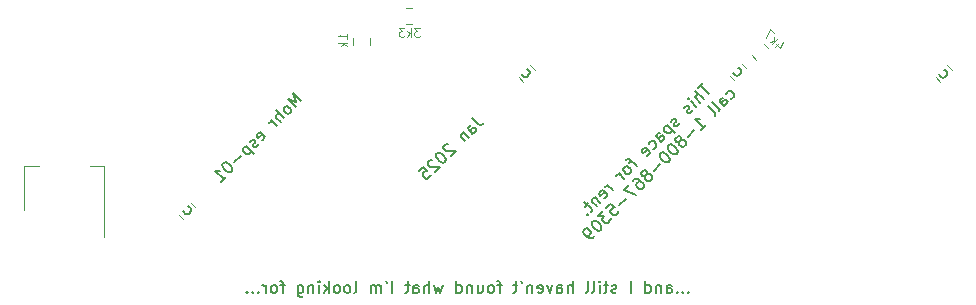
<source format=gbr>
%TF.GenerationSoftware,KiCad,Pcbnew,5.1.9+dfsg1-1+deb11u1*%
%TF.CreationDate,2025-02-02T16:03:13-08:00*%
%TF.ProjectId,esp01Expander,65737030-3145-4787-9061-6e6465722e6b,rev?*%
%TF.SameCoordinates,Original*%
%TF.FileFunction,Legend,Bot*%
%TF.FilePolarity,Positive*%
%FSLAX46Y46*%
G04 Gerber Fmt 4.6, Leading zero omitted, Abs format (unit mm)*
G04 Created by KiCad (PCBNEW 5.1.9+dfsg1-1+deb11u1) date 2025-02-02 16:03:13*
%MOMM*%
%LPD*%
G01*
G04 APERTURE LIST*
%ADD10C,0.150000*%
%ADD11C,0.100000*%
%ADD12C,0.120000*%
G04 APERTURE END LIST*
D10*
X158223040Y-93327782D02*
X157818979Y-93731843D01*
X158728117Y-94236920D02*
X158021010Y-93529813D01*
X158290384Y-94674652D02*
X157583277Y-93967546D01*
X157987338Y-94977698D02*
X157616949Y-94607309D01*
X157583277Y-94506294D01*
X157616949Y-94405278D01*
X157717964Y-94304263D01*
X157818979Y-94270591D01*
X157886323Y-94270591D01*
X157650621Y-95314416D02*
X157179216Y-94843011D01*
X156943514Y-94607309D02*
X157010857Y-94607309D01*
X157010857Y-94674652D01*
X156943514Y-94674652D01*
X156943514Y-94607309D01*
X157010857Y-94674652D01*
X157313903Y-95583790D02*
X157280231Y-95684805D01*
X157145544Y-95819492D01*
X157044529Y-95853164D01*
X156943514Y-95819492D01*
X156909842Y-95785820D01*
X156876170Y-95684805D01*
X156909842Y-95583790D01*
X157010857Y-95482774D01*
X157044529Y-95381759D01*
X157010857Y-95280744D01*
X156977186Y-95247072D01*
X156876170Y-95213400D01*
X156775155Y-95247072D01*
X156674140Y-95348087D01*
X156640468Y-95449103D01*
X156202735Y-96694957D02*
X156169064Y-96795973D01*
X156034377Y-96930660D01*
X155933361Y-96964331D01*
X155832346Y-96930660D01*
X155798674Y-96896988D01*
X155765003Y-96795973D01*
X155798674Y-96694957D01*
X155899690Y-96593942D01*
X155933361Y-96492927D01*
X155899690Y-96391912D01*
X155866018Y-96358240D01*
X155765003Y-96324568D01*
X155663987Y-96358240D01*
X155562972Y-96459255D01*
X155529300Y-96560270D01*
X155158911Y-96863316D02*
X155866018Y-97570423D01*
X155192583Y-96896988D02*
X155091568Y-96930660D01*
X154956881Y-97065347D01*
X154923209Y-97166362D01*
X154923209Y-97233705D01*
X154956881Y-97334721D01*
X155158911Y-97536751D01*
X155259926Y-97570423D01*
X155327270Y-97570423D01*
X155428285Y-97536751D01*
X155562972Y-97402064D01*
X155596644Y-97301049D01*
X154687507Y-98277530D02*
X154317117Y-97907140D01*
X154283446Y-97806125D01*
X154317117Y-97705110D01*
X154451804Y-97570423D01*
X154552820Y-97536751D01*
X154653835Y-98243858D02*
X154754850Y-98210186D01*
X154923209Y-98041827D01*
X154956881Y-97940812D01*
X154923209Y-97839797D01*
X154855865Y-97772453D01*
X154754850Y-97738782D01*
X154653835Y-97772453D01*
X154485476Y-97940812D01*
X154384461Y-97974484D01*
X154014072Y-98883621D02*
X154115087Y-98849949D01*
X154249774Y-98715262D01*
X154283446Y-98614247D01*
X154283446Y-98546904D01*
X154249774Y-98445888D01*
X154047743Y-98243858D01*
X153946728Y-98210186D01*
X153879385Y-98210186D01*
X153778369Y-98243858D01*
X153643682Y-98378545D01*
X153610011Y-98479560D01*
X153441652Y-99456041D02*
X153542667Y-99422369D01*
X153677354Y-99287682D01*
X153711026Y-99186667D01*
X153677354Y-99085652D01*
X153407980Y-98816278D01*
X153306965Y-98782606D01*
X153205949Y-98816278D01*
X153071262Y-98950965D01*
X153037591Y-99051980D01*
X153071262Y-99152995D01*
X153138606Y-99220339D01*
X153542667Y-98950965D01*
X152229469Y-99792759D02*
X151960095Y-100062133D01*
X152599858Y-100365178D02*
X151993766Y-99759087D01*
X151892751Y-99725415D01*
X151791736Y-99759087D01*
X151724392Y-99826430D01*
X152094782Y-100870255D02*
X152128453Y-100769239D01*
X152128453Y-100701896D01*
X152094782Y-100600881D01*
X151892751Y-100398850D01*
X151791736Y-100365178D01*
X151724392Y-100365178D01*
X151623377Y-100398850D01*
X151522362Y-100499865D01*
X151488690Y-100600881D01*
X151488690Y-100668224D01*
X151522362Y-100769239D01*
X151724392Y-100971270D01*
X151825408Y-101004942D01*
X151892751Y-101004942D01*
X151993766Y-100971270D01*
X152094782Y-100870255D01*
X151556034Y-101409003D02*
X151084629Y-100937598D01*
X151219316Y-101072285D02*
X151118301Y-101038613D01*
X151050957Y-101038613D01*
X150949942Y-101072285D01*
X150882599Y-101139629D01*
X150579553Y-102385483D02*
X150108148Y-101914079D01*
X150242835Y-102048766D02*
X150141820Y-102015094D01*
X150074477Y-102015094D01*
X149973461Y-102048766D01*
X149906118Y-102116109D01*
X149838774Y-103058918D02*
X149939790Y-103025247D01*
X150074477Y-102890560D01*
X150108148Y-102789544D01*
X150074477Y-102688529D01*
X149805103Y-102419155D01*
X149704087Y-102385483D01*
X149603072Y-102419155D01*
X149468385Y-102553842D01*
X149434713Y-102654857D01*
X149468385Y-102755873D01*
X149535729Y-102823216D01*
X149939790Y-102553842D01*
X149064324Y-102957903D02*
X149535729Y-103429308D01*
X149131668Y-103025247D02*
X149064324Y-103025247D01*
X148963309Y-103058918D01*
X148862294Y-103159934D01*
X148828622Y-103260949D01*
X148862294Y-103361964D01*
X149232683Y-103732353D01*
X148525576Y-103496651D02*
X148256202Y-103766025D01*
X148188859Y-103361964D02*
X148794950Y-103968056D01*
X148828622Y-104069071D01*
X148794950Y-104170086D01*
X148727607Y-104237430D01*
X148424561Y-104405788D02*
X148424561Y-104473132D01*
X148491904Y-104473132D01*
X148491904Y-104405788D01*
X148424561Y-104405788D01*
X148491904Y-104473132D01*
X160601950Y-94629195D02*
X160702965Y-94595524D01*
X160837652Y-94460836D01*
X160871324Y-94359821D01*
X160871324Y-94292478D01*
X160837652Y-94191462D01*
X160635621Y-93989432D01*
X160534606Y-93955760D01*
X160467263Y-93955760D01*
X160366247Y-93989432D01*
X160231560Y-94124119D01*
X160197889Y-94225134D01*
X160029530Y-95268959D02*
X159659140Y-94898569D01*
X159625469Y-94797554D01*
X159659140Y-94696539D01*
X159793827Y-94561852D01*
X159894843Y-94528180D01*
X159995858Y-95235287D02*
X160096873Y-95201615D01*
X160265232Y-95033256D01*
X160298904Y-94932241D01*
X160265232Y-94831226D01*
X160197889Y-94763882D01*
X160096873Y-94730211D01*
X159995858Y-94763882D01*
X159827499Y-94932241D01*
X159726484Y-94965913D01*
X159591797Y-95706691D02*
X159625469Y-95605676D01*
X159591797Y-95504661D01*
X158985705Y-94898569D01*
X159221408Y-96077081D02*
X159255079Y-95976065D01*
X159221408Y-95875050D01*
X158615316Y-95268959D01*
X158042896Y-97255592D02*
X158446957Y-96851531D01*
X158244927Y-97053561D02*
X157537820Y-96346455D01*
X157706179Y-96380126D01*
X157840866Y-96380126D01*
X157941881Y-96346455D01*
X157470477Y-97289264D02*
X156931729Y-97828012D01*
X156359309Y-98131057D02*
X156392981Y-98030042D01*
X156392981Y-97962699D01*
X156359309Y-97861683D01*
X156325637Y-97828012D01*
X156224622Y-97794340D01*
X156157278Y-97794340D01*
X156056263Y-97828012D01*
X155921576Y-97962699D01*
X155887904Y-98063714D01*
X155887904Y-98131057D01*
X155921576Y-98232073D01*
X155955248Y-98265744D01*
X156056263Y-98299416D01*
X156123607Y-98299416D01*
X156224622Y-98265744D01*
X156359309Y-98131057D01*
X156460324Y-98097386D01*
X156527668Y-98097386D01*
X156628683Y-98131057D01*
X156763370Y-98265744D01*
X156797042Y-98366760D01*
X156797042Y-98434103D01*
X156763370Y-98535118D01*
X156628683Y-98669805D01*
X156527668Y-98703477D01*
X156460324Y-98703477D01*
X156359309Y-98669805D01*
X156224622Y-98535118D01*
X156190950Y-98434103D01*
X156190950Y-98366760D01*
X156224622Y-98265744D01*
X155349156Y-98535118D02*
X155281813Y-98602462D01*
X155248141Y-98703477D01*
X155248141Y-98770821D01*
X155281813Y-98871836D01*
X155382828Y-99040195D01*
X155551187Y-99208553D01*
X155719546Y-99309569D01*
X155820561Y-99343240D01*
X155887904Y-99343240D01*
X155988920Y-99309569D01*
X156056263Y-99242225D01*
X156089935Y-99141210D01*
X156089935Y-99073866D01*
X156056263Y-98972851D01*
X155955248Y-98804492D01*
X155786889Y-98636134D01*
X155618530Y-98535118D01*
X155517515Y-98501447D01*
X155450172Y-98501447D01*
X155349156Y-98535118D01*
X154675721Y-99208553D02*
X154608378Y-99275897D01*
X154574706Y-99376912D01*
X154574706Y-99444256D01*
X154608378Y-99545271D01*
X154709393Y-99713630D01*
X154877752Y-99881988D01*
X155046111Y-99983004D01*
X155147126Y-100016675D01*
X155214469Y-100016675D01*
X155315485Y-99983004D01*
X155382828Y-99915660D01*
X155416500Y-99814645D01*
X155416500Y-99747301D01*
X155382828Y-99646286D01*
X155281813Y-99477927D01*
X155113454Y-99309569D01*
X154945095Y-99208553D01*
X154844080Y-99174882D01*
X154776737Y-99174882D01*
X154675721Y-99208553D01*
X154574706Y-100185034D02*
X154035958Y-100723782D01*
X153463538Y-101026828D02*
X153497210Y-100925813D01*
X153497210Y-100858469D01*
X153463538Y-100757454D01*
X153429866Y-100723782D01*
X153328851Y-100690111D01*
X153261508Y-100690111D01*
X153160492Y-100723782D01*
X153025805Y-100858469D01*
X152992134Y-100959485D01*
X152992134Y-101026828D01*
X153025805Y-101127843D01*
X153059477Y-101161515D01*
X153160492Y-101195187D01*
X153227836Y-101195187D01*
X153328851Y-101161515D01*
X153463538Y-101026828D01*
X153564553Y-100993156D01*
X153631897Y-100993156D01*
X153732912Y-101026828D01*
X153867599Y-101161515D01*
X153901271Y-101262530D01*
X153901271Y-101329874D01*
X153867599Y-101430889D01*
X153732912Y-101565576D01*
X153631897Y-101599248D01*
X153564553Y-101599248D01*
X153463538Y-101565576D01*
X153328851Y-101430889D01*
X153295179Y-101329874D01*
X153295179Y-101262530D01*
X153328851Y-101161515D01*
X152285027Y-101599248D02*
X152419714Y-101464561D01*
X152520729Y-101430889D01*
X152588073Y-101430889D01*
X152756431Y-101464561D01*
X152924790Y-101565576D01*
X153194164Y-101834950D01*
X153227836Y-101935965D01*
X153227836Y-102003309D01*
X153194164Y-102104324D01*
X153059477Y-102239011D01*
X152958462Y-102272683D01*
X152891118Y-102272683D01*
X152790103Y-102239011D01*
X152621744Y-102070652D01*
X152588073Y-101969637D01*
X152588073Y-101902294D01*
X152621744Y-101801278D01*
X152756431Y-101666591D01*
X152857447Y-101632920D01*
X152924790Y-101632920D01*
X153025805Y-101666591D01*
X151981981Y-101902294D02*
X151510577Y-102373698D01*
X152520729Y-102777759D01*
X151678935Y-103080805D02*
X151140187Y-103619553D01*
X150029020Y-103855255D02*
X150365737Y-103518538D01*
X150736126Y-103821583D01*
X150668783Y-103821583D01*
X150567768Y-103855255D01*
X150399409Y-104023614D01*
X150365737Y-104124629D01*
X150365737Y-104191973D01*
X150399409Y-104292988D01*
X150567768Y-104461347D01*
X150668783Y-104495018D01*
X150736126Y-104495018D01*
X150837142Y-104461347D01*
X151005500Y-104292988D01*
X151039172Y-104191973D01*
X151039172Y-104124629D01*
X149759646Y-104124629D02*
X149321913Y-104562362D01*
X149826989Y-104596034D01*
X149725974Y-104697049D01*
X149692302Y-104798064D01*
X149692302Y-104865408D01*
X149725974Y-104966423D01*
X149894333Y-105134782D01*
X149995348Y-105168453D01*
X150062691Y-105168453D01*
X150163707Y-105134782D01*
X150365737Y-104932751D01*
X150399409Y-104831736D01*
X150399409Y-104764392D01*
X148884180Y-105000095D02*
X148816836Y-105067438D01*
X148783165Y-105168453D01*
X148783165Y-105235797D01*
X148816836Y-105336812D01*
X148917852Y-105505171D01*
X149086211Y-105673530D01*
X149254569Y-105774545D01*
X149355585Y-105808217D01*
X149422928Y-105808217D01*
X149523943Y-105774545D01*
X149591287Y-105707201D01*
X149624959Y-105606186D01*
X149624959Y-105538843D01*
X149591287Y-105437827D01*
X149490272Y-105269469D01*
X149321913Y-105101110D01*
X149153554Y-105000095D01*
X149052539Y-104966423D01*
X148985195Y-104966423D01*
X148884180Y-105000095D01*
X149018867Y-106279621D02*
X148884180Y-106414308D01*
X148783165Y-106447980D01*
X148715821Y-106447980D01*
X148547462Y-106414308D01*
X148379104Y-106313293D01*
X148109730Y-106043919D01*
X148076058Y-105942904D01*
X148076058Y-105875560D01*
X148109730Y-105774545D01*
X148244417Y-105639858D01*
X148345432Y-105606186D01*
X148412775Y-105606186D01*
X148513791Y-105639858D01*
X148682149Y-105808217D01*
X148715821Y-105909232D01*
X148715821Y-105976576D01*
X148682149Y-106077591D01*
X148547462Y-106212278D01*
X148446447Y-106245950D01*
X148379104Y-106245950D01*
X148278088Y-106212278D01*
X138673766Y-96263782D02*
X139178843Y-96768859D01*
X139313530Y-96836202D01*
X139448217Y-96836202D01*
X139582904Y-96768859D01*
X139650247Y-96701515D01*
X138741110Y-97610652D02*
X138370721Y-97240263D01*
X138337049Y-97139248D01*
X138370721Y-97038233D01*
X138505408Y-96903546D01*
X138606423Y-96869874D01*
X138707438Y-97576981D02*
X138808453Y-97543309D01*
X138976812Y-97374950D01*
X139010484Y-97273935D01*
X138976812Y-97172920D01*
X138909469Y-97105576D01*
X138808453Y-97071904D01*
X138707438Y-97105576D01*
X138539079Y-97273935D01*
X138438064Y-97307607D01*
X137932988Y-97475965D02*
X138404392Y-97947370D01*
X138000331Y-97543309D02*
X137932988Y-97543309D01*
X137831973Y-97576981D01*
X137730957Y-97677996D01*
X137697286Y-97779011D01*
X137730957Y-97880026D01*
X138101347Y-98250416D01*
X136619790Y-98452446D02*
X136552446Y-98452446D01*
X136451431Y-98486118D01*
X136283072Y-98654477D01*
X136249400Y-98755492D01*
X136249400Y-98822835D01*
X136283072Y-98923851D01*
X136350416Y-98991194D01*
X136485103Y-99058538D01*
X137293225Y-99058538D01*
X136855492Y-99496270D01*
X135710652Y-99226896D02*
X135643309Y-99294240D01*
X135609637Y-99395255D01*
X135609637Y-99462599D01*
X135643309Y-99563614D01*
X135744324Y-99731973D01*
X135912683Y-99900331D01*
X136081042Y-100001347D01*
X136182057Y-100035018D01*
X136249400Y-100035018D01*
X136350416Y-100001347D01*
X136417759Y-99934003D01*
X136451431Y-99832988D01*
X136451431Y-99765644D01*
X136417759Y-99664629D01*
X136316744Y-99496270D01*
X136148385Y-99327912D01*
X135980026Y-99226896D01*
X135879011Y-99193225D01*
X135811668Y-99193225D01*
X135710652Y-99226896D01*
X135272920Y-99799316D02*
X135205576Y-99799316D01*
X135104561Y-99832988D01*
X134936202Y-100001347D01*
X134902530Y-100102362D01*
X134902530Y-100169705D01*
X134936202Y-100270721D01*
X135003546Y-100338064D01*
X135138233Y-100405408D01*
X135946355Y-100405408D01*
X135508622Y-100843140D01*
X134161752Y-100775797D02*
X134498469Y-100439079D01*
X134868859Y-100742125D01*
X134801515Y-100742125D01*
X134700500Y-100775797D01*
X134532141Y-100944156D01*
X134498469Y-101045171D01*
X134498469Y-101112514D01*
X134532141Y-101213530D01*
X134700500Y-101381888D01*
X134801515Y-101415560D01*
X134868859Y-101415560D01*
X134969874Y-101381888D01*
X135138233Y-101213530D01*
X135171904Y-101112514D01*
X135171904Y-101045171D01*
X124226892Y-94852870D02*
X123519785Y-94145763D01*
X123789159Y-94886542D01*
X123048381Y-94617168D01*
X123755488Y-95324275D01*
X123317755Y-95762007D02*
X123351427Y-95660992D01*
X123351427Y-95593649D01*
X123317755Y-95492633D01*
X123115724Y-95290603D01*
X123014709Y-95256931D01*
X122947366Y-95256931D01*
X122846350Y-95290603D01*
X122745335Y-95391618D01*
X122711663Y-95492633D01*
X122711663Y-95559977D01*
X122745335Y-95660992D01*
X122947366Y-95863023D01*
X123048381Y-95896694D01*
X123115724Y-95896694D01*
X123216740Y-95863023D01*
X123317755Y-95762007D01*
X122779007Y-96300755D02*
X122071900Y-95593649D01*
X122475961Y-96603801D02*
X122105572Y-96233412D01*
X122071900Y-96132397D01*
X122105572Y-96031381D01*
X122206587Y-95930366D01*
X122307602Y-95896694D01*
X122374946Y-95896694D01*
X122139244Y-96940519D02*
X121667839Y-96469114D01*
X121802526Y-96603801D02*
X121701511Y-96570129D01*
X121634167Y-96570129D01*
X121533152Y-96603801D01*
X121465809Y-96671145D01*
X120859717Y-98152702D02*
X120960732Y-98119030D01*
X121095419Y-97984343D01*
X121129091Y-97883328D01*
X121095419Y-97782312D01*
X120826045Y-97512938D01*
X120725030Y-97479267D01*
X120624015Y-97512938D01*
X120489328Y-97647625D01*
X120455656Y-97748641D01*
X120489328Y-97849656D01*
X120556671Y-97917000D01*
X120960732Y-97647625D01*
X120556671Y-98455748D02*
X120523000Y-98556763D01*
X120388312Y-98691450D01*
X120287297Y-98725122D01*
X120186282Y-98691450D01*
X120152610Y-98657778D01*
X120118938Y-98556763D01*
X120152610Y-98455748D01*
X120253625Y-98354732D01*
X120287297Y-98253717D01*
X120253625Y-98152702D01*
X120219954Y-98119030D01*
X120118938Y-98085358D01*
X120017923Y-98119030D01*
X119916908Y-98220045D01*
X119883236Y-98321061D01*
X119512847Y-98624106D02*
X120219954Y-99331213D01*
X119546519Y-98657778D02*
X119445503Y-98691450D01*
X119310816Y-98826137D01*
X119277145Y-98927152D01*
X119277145Y-98994496D01*
X119310816Y-99095511D01*
X119512847Y-99297541D01*
X119613862Y-99331213D01*
X119681206Y-99331213D01*
X119782221Y-99297541D01*
X119916908Y-99162854D01*
X119950580Y-99061839D01*
X119075114Y-99465900D02*
X118536366Y-100004648D01*
X117627229Y-100038320D02*
X117559885Y-100105663D01*
X117526214Y-100206679D01*
X117526214Y-100274022D01*
X117559885Y-100375037D01*
X117660901Y-100543396D01*
X117829259Y-100711755D01*
X117997618Y-100812770D01*
X118098633Y-100846442D01*
X118165977Y-100846442D01*
X118266992Y-100812770D01*
X118334336Y-100745427D01*
X118368007Y-100644411D01*
X118368007Y-100577068D01*
X118334336Y-100476053D01*
X118233320Y-100307694D01*
X118064962Y-100139335D01*
X117896603Y-100038320D01*
X117795588Y-100004648D01*
X117728244Y-100004648D01*
X117627229Y-100038320D01*
X117425198Y-101654564D02*
X117829259Y-101250503D01*
X117627229Y-101452533D02*
X116920122Y-100745427D01*
X117088481Y-100779098D01*
X117223168Y-100779098D01*
X117324183Y-100745427D01*
D11*
X164690822Y-89914538D02*
X164337269Y-90268091D01*
X165019122Y-89838776D02*
X164766583Y-90343852D01*
X164438284Y-90015553D01*
X164059477Y-89990299D02*
X164589807Y-89459969D01*
X164211000Y-89737761D02*
X163857446Y-89788269D01*
X164211000Y-89434715D02*
X164211000Y-89838776D01*
X164211000Y-89081162D02*
X163857446Y-88727608D01*
X163554400Y-89485223D01*
X128101285Y-89572714D02*
X128101285Y-89144142D01*
X128101285Y-89358428D02*
X127351285Y-89358428D01*
X127458428Y-89287000D01*
X127529857Y-89215571D01*
X127565571Y-89144142D01*
X128101285Y-89894142D02*
X127351285Y-89894142D01*
X127815571Y-89965571D02*
X128101285Y-90179857D01*
X127601285Y-90179857D02*
X127887000Y-89894142D01*
X134260714Y-88616285D02*
X133796428Y-88616285D01*
X134046428Y-88902000D01*
X133939285Y-88902000D01*
X133867857Y-88937714D01*
X133832142Y-88973428D01*
X133796428Y-89044857D01*
X133796428Y-89223428D01*
X133832142Y-89294857D01*
X133867857Y-89330571D01*
X133939285Y-89366285D01*
X134153571Y-89366285D01*
X134225000Y-89330571D01*
X134260714Y-89294857D01*
X133475000Y-89366285D02*
X133475000Y-88616285D01*
X133403571Y-89080571D02*
X133189285Y-89366285D01*
X133189285Y-88866285D02*
X133475000Y-89152000D01*
X132939285Y-88616285D02*
X132475000Y-88616285D01*
X132725000Y-88902000D01*
X132617857Y-88902000D01*
X132546428Y-88937714D01*
X132510714Y-88973428D01*
X132475000Y-89044857D01*
X132475000Y-89223428D01*
X132510714Y-89294857D01*
X132546428Y-89330571D01*
X132617857Y-89366285D01*
X132832142Y-89366285D01*
X132903571Y-89330571D01*
X132939285Y-89294857D01*
D10*
X114226431Y-104130851D02*
X114260103Y-104231866D01*
X114394790Y-104366553D01*
X114495805Y-104400225D01*
X114563148Y-104400225D01*
X114664164Y-104366553D01*
X114866194Y-104164522D01*
X114899866Y-104063507D01*
X114899866Y-103996164D01*
X114866194Y-103895148D01*
X114731507Y-103760461D01*
X114630492Y-103726790D01*
X142891215Y-92536635D02*
X142924887Y-92637650D01*
X143059574Y-92772337D01*
X143160589Y-92806009D01*
X143227932Y-92806009D01*
X143328948Y-92772337D01*
X143530978Y-92570306D01*
X143564650Y-92469291D01*
X143564650Y-92401948D01*
X143530978Y-92300932D01*
X143396291Y-92166245D01*
X143295276Y-92132574D01*
X160798215Y-92409635D02*
X160831887Y-92510650D01*
X160966574Y-92645337D01*
X161067589Y-92679009D01*
X161134932Y-92679009D01*
X161235948Y-92645337D01*
X161437978Y-92443306D01*
X161471650Y-92342291D01*
X161471650Y-92274948D01*
X161437978Y-92173932D01*
X161303291Y-92039245D01*
X161202276Y-92005574D01*
X178234431Y-92573851D02*
X178268103Y-92674866D01*
X178402790Y-92809553D01*
X178503805Y-92843225D01*
X178571148Y-92843225D01*
X178672164Y-92809553D01*
X178874194Y-92607522D01*
X178907866Y-92506507D01*
X178907866Y-92439164D01*
X178874194Y-92338148D01*
X178739507Y-92203461D01*
X178638492Y-92169790D01*
X156993476Y-110974142D02*
X156945857Y-111021761D01*
X156993476Y-111069380D01*
X157041095Y-111021761D01*
X156993476Y-110974142D01*
X156993476Y-111069380D01*
X156517285Y-110974142D02*
X156469666Y-111021761D01*
X156517285Y-111069380D01*
X156564904Y-111021761D01*
X156517285Y-110974142D01*
X156517285Y-111069380D01*
X156041095Y-110974142D02*
X155993476Y-111021761D01*
X156041095Y-111069380D01*
X156088714Y-111021761D01*
X156041095Y-110974142D01*
X156041095Y-111069380D01*
X155136333Y-111069380D02*
X155136333Y-110545571D01*
X155183952Y-110450333D01*
X155279190Y-110402714D01*
X155469666Y-110402714D01*
X155564904Y-110450333D01*
X155136333Y-111021761D02*
X155231571Y-111069380D01*
X155469666Y-111069380D01*
X155564904Y-111021761D01*
X155612523Y-110926523D01*
X155612523Y-110831285D01*
X155564904Y-110736047D01*
X155469666Y-110688428D01*
X155231571Y-110688428D01*
X155136333Y-110640809D01*
X154660142Y-110402714D02*
X154660142Y-111069380D01*
X154660142Y-110497952D02*
X154612523Y-110450333D01*
X154517285Y-110402714D01*
X154374428Y-110402714D01*
X154279190Y-110450333D01*
X154231571Y-110545571D01*
X154231571Y-111069380D01*
X153326809Y-111069380D02*
X153326809Y-110069380D01*
X153326809Y-111021761D02*
X153422047Y-111069380D01*
X153612523Y-111069380D01*
X153707761Y-111021761D01*
X153755380Y-110974142D01*
X153803000Y-110878904D01*
X153803000Y-110593190D01*
X153755380Y-110497952D01*
X153707761Y-110450333D01*
X153612523Y-110402714D01*
X153422047Y-110402714D01*
X153326809Y-110450333D01*
X152088714Y-111069380D02*
X152088714Y-110069380D01*
X150898238Y-111021761D02*
X150803000Y-111069380D01*
X150612523Y-111069380D01*
X150517285Y-111021761D01*
X150469666Y-110926523D01*
X150469666Y-110878904D01*
X150517285Y-110783666D01*
X150612523Y-110736047D01*
X150755380Y-110736047D01*
X150850619Y-110688428D01*
X150898238Y-110593190D01*
X150898238Y-110545571D01*
X150850619Y-110450333D01*
X150755380Y-110402714D01*
X150612523Y-110402714D01*
X150517285Y-110450333D01*
X150183952Y-110402714D02*
X149803000Y-110402714D01*
X150041095Y-110069380D02*
X150041095Y-110926523D01*
X149993476Y-111021761D01*
X149898238Y-111069380D01*
X149803000Y-111069380D01*
X149469666Y-111069380D02*
X149469666Y-110402714D01*
X149469666Y-110069380D02*
X149517285Y-110117000D01*
X149469666Y-110164619D01*
X149422047Y-110117000D01*
X149469666Y-110069380D01*
X149469666Y-110164619D01*
X148850619Y-111069380D02*
X148945857Y-111021761D01*
X148993476Y-110926523D01*
X148993476Y-110069380D01*
X148326809Y-111069380D02*
X148422047Y-111021761D01*
X148469666Y-110926523D01*
X148469666Y-110069380D01*
X147183952Y-111069380D02*
X147183952Y-110069380D01*
X146755380Y-111069380D02*
X146755380Y-110545571D01*
X146803000Y-110450333D01*
X146898238Y-110402714D01*
X147041095Y-110402714D01*
X147136333Y-110450333D01*
X147183952Y-110497952D01*
X145850619Y-111069380D02*
X145850619Y-110545571D01*
X145898238Y-110450333D01*
X145993476Y-110402714D01*
X146183952Y-110402714D01*
X146279190Y-110450333D01*
X145850619Y-111021761D02*
X145945857Y-111069380D01*
X146183952Y-111069380D01*
X146279190Y-111021761D01*
X146326809Y-110926523D01*
X146326809Y-110831285D01*
X146279190Y-110736047D01*
X146183952Y-110688428D01*
X145945857Y-110688428D01*
X145850619Y-110640809D01*
X145469666Y-110402714D02*
X145231571Y-111069380D01*
X144993476Y-110402714D01*
X144231571Y-111021761D02*
X144326809Y-111069380D01*
X144517285Y-111069380D01*
X144612523Y-111021761D01*
X144660142Y-110926523D01*
X144660142Y-110545571D01*
X144612523Y-110450333D01*
X144517285Y-110402714D01*
X144326809Y-110402714D01*
X144231571Y-110450333D01*
X144183952Y-110545571D01*
X144183952Y-110640809D01*
X144660142Y-110736047D01*
X143755380Y-110402714D02*
X143755380Y-111069380D01*
X143755380Y-110497952D02*
X143707761Y-110450333D01*
X143612523Y-110402714D01*
X143469666Y-110402714D01*
X143374428Y-110450333D01*
X143326809Y-110545571D01*
X143326809Y-111069380D01*
X142803000Y-110069380D02*
X142898238Y-110259857D01*
X142517285Y-110402714D02*
X142136333Y-110402714D01*
X142374428Y-110069380D02*
X142374428Y-110926523D01*
X142326809Y-111021761D01*
X142231571Y-111069380D01*
X142136333Y-111069380D01*
X141183952Y-110402714D02*
X140803000Y-110402714D01*
X141041095Y-111069380D02*
X141041095Y-110212238D01*
X140993476Y-110117000D01*
X140898238Y-110069380D01*
X140803000Y-110069380D01*
X140326809Y-111069380D02*
X140422047Y-111021761D01*
X140469666Y-110974142D01*
X140517285Y-110878904D01*
X140517285Y-110593190D01*
X140469666Y-110497952D01*
X140422047Y-110450333D01*
X140326809Y-110402714D01*
X140183952Y-110402714D01*
X140088714Y-110450333D01*
X140041095Y-110497952D01*
X139993476Y-110593190D01*
X139993476Y-110878904D01*
X140041095Y-110974142D01*
X140088714Y-111021761D01*
X140183952Y-111069380D01*
X140326809Y-111069380D01*
X139136333Y-110402714D02*
X139136333Y-111069380D01*
X139564904Y-110402714D02*
X139564904Y-110926523D01*
X139517285Y-111021761D01*
X139422047Y-111069380D01*
X139279190Y-111069380D01*
X139183952Y-111021761D01*
X139136333Y-110974142D01*
X138660142Y-110402714D02*
X138660142Y-111069380D01*
X138660142Y-110497952D02*
X138612523Y-110450333D01*
X138517285Y-110402714D01*
X138374428Y-110402714D01*
X138279190Y-110450333D01*
X138231571Y-110545571D01*
X138231571Y-111069380D01*
X137326809Y-111069380D02*
X137326809Y-110069380D01*
X137326809Y-111021761D02*
X137422047Y-111069380D01*
X137612523Y-111069380D01*
X137707761Y-111021761D01*
X137755380Y-110974142D01*
X137803000Y-110878904D01*
X137803000Y-110593190D01*
X137755380Y-110497952D01*
X137707761Y-110450333D01*
X137612523Y-110402714D01*
X137422047Y-110402714D01*
X137326809Y-110450333D01*
X136183952Y-110402714D02*
X135993476Y-111069380D01*
X135803000Y-110593190D01*
X135612523Y-111069380D01*
X135422047Y-110402714D01*
X135041095Y-111069380D02*
X135041095Y-110069380D01*
X134612523Y-111069380D02*
X134612523Y-110545571D01*
X134660142Y-110450333D01*
X134755380Y-110402714D01*
X134898238Y-110402714D01*
X134993476Y-110450333D01*
X135041095Y-110497952D01*
X133707761Y-111069380D02*
X133707761Y-110545571D01*
X133755380Y-110450333D01*
X133850619Y-110402714D01*
X134041095Y-110402714D01*
X134136333Y-110450333D01*
X133707761Y-111021761D02*
X133803000Y-111069380D01*
X134041095Y-111069380D01*
X134136333Y-111021761D01*
X134183952Y-110926523D01*
X134183952Y-110831285D01*
X134136333Y-110736047D01*
X134041095Y-110688428D01*
X133803000Y-110688428D01*
X133707761Y-110640809D01*
X133374428Y-110402714D02*
X132993476Y-110402714D01*
X133231571Y-110069380D02*
X133231571Y-110926523D01*
X133183952Y-111021761D01*
X133088714Y-111069380D01*
X132993476Y-111069380D01*
X131898238Y-111069380D02*
X131898238Y-110069380D01*
X131374428Y-110069380D02*
X131469666Y-110259857D01*
X130945857Y-111069380D02*
X130945857Y-110402714D01*
X130945857Y-110497952D02*
X130898238Y-110450333D01*
X130803000Y-110402714D01*
X130660142Y-110402714D01*
X130564904Y-110450333D01*
X130517285Y-110545571D01*
X130517285Y-111069380D01*
X130517285Y-110545571D02*
X130469666Y-110450333D01*
X130374428Y-110402714D01*
X130231571Y-110402714D01*
X130136333Y-110450333D01*
X130088714Y-110545571D01*
X130088714Y-111069380D01*
X128707761Y-111069380D02*
X128803000Y-111021761D01*
X128850619Y-110926523D01*
X128850619Y-110069380D01*
X128183952Y-111069380D02*
X128279190Y-111021761D01*
X128326809Y-110974142D01*
X128374428Y-110878904D01*
X128374428Y-110593190D01*
X128326809Y-110497952D01*
X128279190Y-110450333D01*
X128183952Y-110402714D01*
X128041095Y-110402714D01*
X127945857Y-110450333D01*
X127898238Y-110497952D01*
X127850619Y-110593190D01*
X127850619Y-110878904D01*
X127898238Y-110974142D01*
X127945857Y-111021761D01*
X128041095Y-111069380D01*
X128183952Y-111069380D01*
X127279190Y-111069380D02*
X127374428Y-111021761D01*
X127422047Y-110974142D01*
X127469666Y-110878904D01*
X127469666Y-110593190D01*
X127422047Y-110497952D01*
X127374428Y-110450333D01*
X127279190Y-110402714D01*
X127136333Y-110402714D01*
X127041095Y-110450333D01*
X126993476Y-110497952D01*
X126945857Y-110593190D01*
X126945857Y-110878904D01*
X126993476Y-110974142D01*
X127041095Y-111021761D01*
X127136333Y-111069380D01*
X127279190Y-111069380D01*
X126517285Y-111069380D02*
X126517285Y-110069380D01*
X126422047Y-110688428D02*
X126136333Y-111069380D01*
X126136333Y-110402714D02*
X126517285Y-110783666D01*
X125707761Y-111069380D02*
X125707761Y-110402714D01*
X125707761Y-110069380D02*
X125755380Y-110117000D01*
X125707761Y-110164619D01*
X125660142Y-110117000D01*
X125707761Y-110069380D01*
X125707761Y-110164619D01*
X125231571Y-110402714D02*
X125231571Y-111069380D01*
X125231571Y-110497952D02*
X125183952Y-110450333D01*
X125088714Y-110402714D01*
X124945857Y-110402714D01*
X124850619Y-110450333D01*
X124803000Y-110545571D01*
X124803000Y-111069380D01*
X123898238Y-110402714D02*
X123898238Y-111212238D01*
X123945857Y-111307476D01*
X123993476Y-111355095D01*
X124088714Y-111402714D01*
X124231571Y-111402714D01*
X124326809Y-111355095D01*
X123898238Y-111021761D02*
X123993476Y-111069380D01*
X124183952Y-111069380D01*
X124279190Y-111021761D01*
X124326809Y-110974142D01*
X124374428Y-110878904D01*
X124374428Y-110593190D01*
X124326809Y-110497952D01*
X124279190Y-110450333D01*
X124183952Y-110402714D01*
X123993476Y-110402714D01*
X123898238Y-110450333D01*
X122803000Y-110402714D02*
X122422047Y-110402714D01*
X122660142Y-111069380D02*
X122660142Y-110212238D01*
X122612523Y-110117000D01*
X122517285Y-110069380D01*
X122422047Y-110069380D01*
X121945857Y-111069380D02*
X122041095Y-111021761D01*
X122088714Y-110974142D01*
X122136333Y-110878904D01*
X122136333Y-110593190D01*
X122088714Y-110497952D01*
X122041095Y-110450333D01*
X121945857Y-110402714D01*
X121803000Y-110402714D01*
X121707761Y-110450333D01*
X121660142Y-110497952D01*
X121612523Y-110593190D01*
X121612523Y-110878904D01*
X121660142Y-110974142D01*
X121707761Y-111021761D01*
X121803000Y-111069380D01*
X121945857Y-111069380D01*
X121183952Y-111069380D02*
X121183952Y-110402714D01*
X121183952Y-110593190D02*
X121136333Y-110497952D01*
X121088714Y-110450333D01*
X120993476Y-110402714D01*
X120898238Y-110402714D01*
X120564904Y-110974142D02*
X120517285Y-111021761D01*
X120564904Y-111069380D01*
X120612523Y-111021761D01*
X120564904Y-110974142D01*
X120564904Y-111069380D01*
X120088714Y-110974142D02*
X120041095Y-111021761D01*
X120088714Y-111069380D01*
X120136333Y-111021761D01*
X120088714Y-110974142D01*
X120088714Y-111069380D01*
X119612523Y-110974142D02*
X119564904Y-111021761D01*
X119612523Y-111069380D01*
X119660142Y-111021761D01*
X119612523Y-110974142D01*
X119612523Y-111069380D01*
D12*
%TO.C,C5*%
X177912437Y-92810529D02*
X178281903Y-93179995D01*
X178916529Y-91806437D02*
X179285995Y-92175903D01*
%TO.C,C4*%
X160513437Y-92683529D02*
X160882903Y-93052995D01*
X161517529Y-91679437D02*
X161886995Y-92048903D01*
%TO.C,C3*%
X142606437Y-92810529D02*
X142975903Y-93179995D01*
X143610529Y-91806437D02*
X143979995Y-92175903D01*
%TO.C,C1*%
X113867221Y-104457313D02*
X114236687Y-104826779D01*
X114871313Y-103453221D02*
X115240779Y-103822687D01*
%TO.C,R5*%
X162344005Y-90958097D02*
X162713471Y-91327563D01*
X163348097Y-89954005D02*
X163717563Y-90323471D01*
%TO.C,R4*%
X133611252Y-88340000D02*
X133088748Y-88340000D01*
X133611252Y-86920000D02*
X133088748Y-86920000D01*
%TO.C,U5*%
X100730000Y-100300000D02*
X101990000Y-100300000D01*
X107550000Y-100300000D02*
X106290000Y-100300000D01*
X100730000Y-104060000D02*
X100730000Y-100300000D01*
X107550000Y-106310000D02*
X107550000Y-100300000D01*
%TO.C,R1*%
X129996000Y-90050252D02*
X129996000Y-89527748D01*
X128576000Y-90050252D02*
X128576000Y-89527748D01*
%TD*%
M02*

</source>
